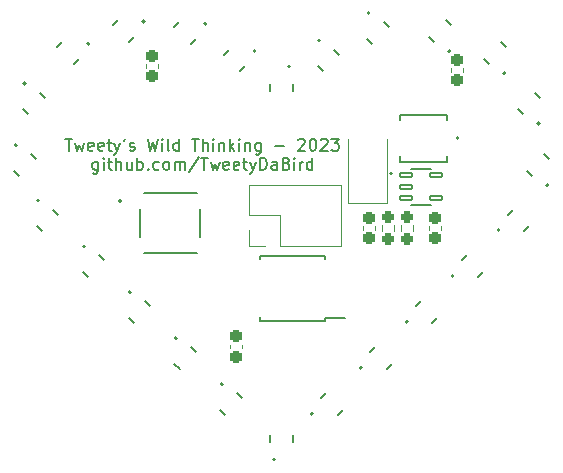
<source format=gto>
G04 #@! TF.GenerationSoftware,KiCad,Pcbnew,(6.0.7)*
G04 #@! TF.CreationDate,2023-02-05T15:19:58+01:00*
G04 #@! TF.ProjectId,heart,68656172-742e-46b6-9963-61645f706362,v1.0.0*
G04 #@! TF.SameCoordinates,Original*
G04 #@! TF.FileFunction,Legend,Top*
G04 #@! TF.FilePolarity,Positive*
%FSLAX46Y46*%
G04 Gerber Fmt 4.6, Leading zero omitted, Abs format (unit mm)*
G04 Created by KiCad (PCBNEW (6.0.7)) date 2023-02-05 15:19:58*
%MOMM*%
%LPD*%
G01*
G04 APERTURE LIST*
G04 Aperture macros list*
%AMRoundRect*
0 Rectangle with rounded corners*
0 $1 Rounding radius*
0 $2 $3 $4 $5 $6 $7 $8 $9 X,Y pos of 4 corners*
0 Add a 4 corners polygon primitive as box body*
4,1,4,$2,$3,$4,$5,$6,$7,$8,$9,$2,$3,0*
0 Add four circle primitives for the rounded corners*
1,1,$1+$1,$2,$3*
1,1,$1+$1,$4,$5*
1,1,$1+$1,$6,$7*
1,1,$1+$1,$8,$9*
0 Add four rect primitives between the rounded corners*
20,1,$1+$1,$2,$3,$4,$5,0*
20,1,$1+$1,$4,$5,$6,$7,0*
20,1,$1+$1,$6,$7,$8,$9,0*
20,1,$1+$1,$8,$9,$2,$3,0*%
%AMRotRect*
0 Rectangle, with rotation*
0 The origin of the aperture is its center*
0 $1 length*
0 $2 width*
0 $3 Rotation angle, in degrees counterclockwise*
0 Add horizontal line*
21,1,$1,$2,0,0,$3*%
G04 Aperture macros list end*
%ADD10C,0.150000*%
%ADD11C,0.200000*%
%ADD12C,0.127000*%
%ADD13C,0.120000*%
%ADD14RoundRect,0.076500X-0.508500X0.178500X-0.508500X-0.178500X0.508500X-0.178500X0.508500X0.178500X0*%
%ADD15R,1.000000X0.750000*%
%ADD16R,1.800000X2.500000*%
%ADD17RoundRect,0.237500X-0.237500X0.300000X-0.237500X-0.300000X0.237500X-0.300000X0.237500X0.300000X0*%
%ADD18R,1.400000X2.400000*%
%ADD19RotRect,0.700000X0.700000X315.000000*%
%ADD20RotRect,0.700000X0.700000X135.000000*%
%ADD21RotRect,0.700000X0.700000X45.000000*%
%ADD22RotRect,0.700000X0.700000X225.000000*%
%ADD23R,1.700000X0.650000*%
%ADD24C,3.200000*%
%ADD25R,0.700000X0.700000*%
%ADD26RoundRect,0.237500X-0.237500X0.250000X-0.237500X-0.250000X0.237500X-0.250000X0.237500X0.250000X0*%
%ADD27R,1.700000X1.700000*%
%ADD28O,1.700000X1.700000*%
%ADD29C,0.850000*%
G04 APERTURE END LIST*
D10*
X108200952Y-78547380D02*
X108772380Y-78547380D01*
X108486666Y-79547380D02*
X108486666Y-78547380D01*
X109010476Y-78880714D02*
X109200952Y-79547380D01*
X109391428Y-79071190D01*
X109581904Y-79547380D01*
X109772380Y-78880714D01*
X110534285Y-79499761D02*
X110439047Y-79547380D01*
X110248571Y-79547380D01*
X110153333Y-79499761D01*
X110105714Y-79404523D01*
X110105714Y-79023571D01*
X110153333Y-78928333D01*
X110248571Y-78880714D01*
X110439047Y-78880714D01*
X110534285Y-78928333D01*
X110581904Y-79023571D01*
X110581904Y-79118809D01*
X110105714Y-79214047D01*
X111391428Y-79499761D02*
X111296190Y-79547380D01*
X111105714Y-79547380D01*
X111010476Y-79499761D01*
X110962857Y-79404523D01*
X110962857Y-79023571D01*
X111010476Y-78928333D01*
X111105714Y-78880714D01*
X111296190Y-78880714D01*
X111391428Y-78928333D01*
X111439047Y-79023571D01*
X111439047Y-79118809D01*
X110962857Y-79214047D01*
X111724761Y-78880714D02*
X112105714Y-78880714D01*
X111867619Y-78547380D02*
X111867619Y-79404523D01*
X111915238Y-79499761D01*
X112010476Y-79547380D01*
X112105714Y-79547380D01*
X112343809Y-78880714D02*
X112581904Y-79547380D01*
X112820000Y-78880714D02*
X112581904Y-79547380D01*
X112486666Y-79785476D01*
X112439047Y-79833095D01*
X112343809Y-79880714D01*
X113248571Y-78547380D02*
X113153333Y-78737857D01*
X113629523Y-79499761D02*
X113724761Y-79547380D01*
X113915238Y-79547380D01*
X114010476Y-79499761D01*
X114058095Y-79404523D01*
X114058095Y-79356904D01*
X114010476Y-79261666D01*
X113915238Y-79214047D01*
X113772380Y-79214047D01*
X113677142Y-79166428D01*
X113629523Y-79071190D01*
X113629523Y-79023571D01*
X113677142Y-78928333D01*
X113772380Y-78880714D01*
X113915238Y-78880714D01*
X114010476Y-78928333D01*
X115153333Y-78547380D02*
X115391428Y-79547380D01*
X115581904Y-78833095D01*
X115772380Y-79547380D01*
X116010476Y-78547380D01*
X116391428Y-79547380D02*
X116391428Y-78880714D01*
X116391428Y-78547380D02*
X116343809Y-78595000D01*
X116391428Y-78642619D01*
X116439047Y-78595000D01*
X116391428Y-78547380D01*
X116391428Y-78642619D01*
X117010476Y-79547380D02*
X116915238Y-79499761D01*
X116867619Y-79404523D01*
X116867619Y-78547380D01*
X117820000Y-79547380D02*
X117820000Y-78547380D01*
X117820000Y-79499761D02*
X117724761Y-79547380D01*
X117534285Y-79547380D01*
X117439047Y-79499761D01*
X117391428Y-79452142D01*
X117343809Y-79356904D01*
X117343809Y-79071190D01*
X117391428Y-78975952D01*
X117439047Y-78928333D01*
X117534285Y-78880714D01*
X117724761Y-78880714D01*
X117820000Y-78928333D01*
X118915238Y-78547380D02*
X119486666Y-78547380D01*
X119200952Y-79547380D02*
X119200952Y-78547380D01*
X119820000Y-79547380D02*
X119820000Y-78547380D01*
X120248571Y-79547380D02*
X120248571Y-79023571D01*
X120200952Y-78928333D01*
X120105714Y-78880714D01*
X119962857Y-78880714D01*
X119867619Y-78928333D01*
X119820000Y-78975952D01*
X120724761Y-79547380D02*
X120724761Y-78880714D01*
X120724761Y-78547380D02*
X120677142Y-78595000D01*
X120724761Y-78642619D01*
X120772380Y-78595000D01*
X120724761Y-78547380D01*
X120724761Y-78642619D01*
X121200952Y-78880714D02*
X121200952Y-79547380D01*
X121200952Y-78975952D02*
X121248571Y-78928333D01*
X121343809Y-78880714D01*
X121486666Y-78880714D01*
X121581904Y-78928333D01*
X121629523Y-79023571D01*
X121629523Y-79547380D01*
X122105714Y-79547380D02*
X122105714Y-78547380D01*
X122200952Y-79166428D02*
X122486666Y-79547380D01*
X122486666Y-78880714D02*
X122105714Y-79261666D01*
X122915238Y-79547380D02*
X122915238Y-78880714D01*
X122915238Y-78547380D02*
X122867619Y-78595000D01*
X122915238Y-78642619D01*
X122962857Y-78595000D01*
X122915238Y-78547380D01*
X122915238Y-78642619D01*
X123391428Y-78880714D02*
X123391428Y-79547380D01*
X123391428Y-78975952D02*
X123439047Y-78928333D01*
X123534285Y-78880714D01*
X123677142Y-78880714D01*
X123772380Y-78928333D01*
X123820000Y-79023571D01*
X123820000Y-79547380D01*
X124724761Y-78880714D02*
X124724761Y-79690238D01*
X124677142Y-79785476D01*
X124629523Y-79833095D01*
X124534285Y-79880714D01*
X124391428Y-79880714D01*
X124296190Y-79833095D01*
X124724761Y-79499761D02*
X124629523Y-79547380D01*
X124439047Y-79547380D01*
X124343809Y-79499761D01*
X124296190Y-79452142D01*
X124248571Y-79356904D01*
X124248571Y-79071190D01*
X124296190Y-78975952D01*
X124343809Y-78928333D01*
X124439047Y-78880714D01*
X124629523Y-78880714D01*
X124724761Y-78928333D01*
X125962857Y-79166428D02*
X126724761Y-79166428D01*
X127915238Y-78642619D02*
X127962857Y-78595000D01*
X128058095Y-78547380D01*
X128296190Y-78547380D01*
X128391428Y-78595000D01*
X128439047Y-78642619D01*
X128486666Y-78737857D01*
X128486666Y-78833095D01*
X128439047Y-78975952D01*
X127867619Y-79547380D01*
X128486666Y-79547380D01*
X129105714Y-78547380D02*
X129200952Y-78547380D01*
X129296190Y-78595000D01*
X129343809Y-78642619D01*
X129391428Y-78737857D01*
X129439047Y-78928333D01*
X129439047Y-79166428D01*
X129391428Y-79356904D01*
X129343809Y-79452142D01*
X129296190Y-79499761D01*
X129200952Y-79547380D01*
X129105714Y-79547380D01*
X129010476Y-79499761D01*
X128962857Y-79452142D01*
X128915238Y-79356904D01*
X128867619Y-79166428D01*
X128867619Y-78928333D01*
X128915238Y-78737857D01*
X128962857Y-78642619D01*
X129010476Y-78595000D01*
X129105714Y-78547380D01*
X129820000Y-78642619D02*
X129867619Y-78595000D01*
X129962857Y-78547380D01*
X130200952Y-78547380D01*
X130296190Y-78595000D01*
X130343809Y-78642619D01*
X130391428Y-78737857D01*
X130391428Y-78833095D01*
X130343809Y-78975952D01*
X129772380Y-79547380D01*
X130391428Y-79547380D01*
X130724761Y-78547380D02*
X131343809Y-78547380D01*
X131010476Y-78928333D01*
X131153333Y-78928333D01*
X131248571Y-78975952D01*
X131296190Y-79023571D01*
X131343809Y-79118809D01*
X131343809Y-79356904D01*
X131296190Y-79452142D01*
X131248571Y-79499761D01*
X131153333Y-79547380D01*
X130867619Y-79547380D01*
X130772380Y-79499761D01*
X130724761Y-79452142D01*
X110962857Y-80490714D02*
X110962857Y-81300238D01*
X110915238Y-81395476D01*
X110867619Y-81443095D01*
X110772380Y-81490714D01*
X110629523Y-81490714D01*
X110534285Y-81443095D01*
X110962857Y-81109761D02*
X110867619Y-81157380D01*
X110677142Y-81157380D01*
X110581904Y-81109761D01*
X110534285Y-81062142D01*
X110486666Y-80966904D01*
X110486666Y-80681190D01*
X110534285Y-80585952D01*
X110581904Y-80538333D01*
X110677142Y-80490714D01*
X110867619Y-80490714D01*
X110962857Y-80538333D01*
X111439047Y-81157380D02*
X111439047Y-80490714D01*
X111439047Y-80157380D02*
X111391428Y-80205000D01*
X111439047Y-80252619D01*
X111486666Y-80205000D01*
X111439047Y-80157380D01*
X111439047Y-80252619D01*
X111772380Y-80490714D02*
X112153333Y-80490714D01*
X111915238Y-80157380D02*
X111915238Y-81014523D01*
X111962857Y-81109761D01*
X112058095Y-81157380D01*
X112153333Y-81157380D01*
X112486666Y-81157380D02*
X112486666Y-80157380D01*
X112915238Y-81157380D02*
X112915238Y-80633571D01*
X112867619Y-80538333D01*
X112772380Y-80490714D01*
X112629523Y-80490714D01*
X112534285Y-80538333D01*
X112486666Y-80585952D01*
X113820000Y-80490714D02*
X113820000Y-81157380D01*
X113391428Y-80490714D02*
X113391428Y-81014523D01*
X113439047Y-81109761D01*
X113534285Y-81157380D01*
X113677142Y-81157380D01*
X113772380Y-81109761D01*
X113820000Y-81062142D01*
X114296190Y-81157380D02*
X114296190Y-80157380D01*
X114296190Y-80538333D02*
X114391428Y-80490714D01*
X114581904Y-80490714D01*
X114677142Y-80538333D01*
X114724761Y-80585952D01*
X114772380Y-80681190D01*
X114772380Y-80966904D01*
X114724761Y-81062142D01*
X114677142Y-81109761D01*
X114581904Y-81157380D01*
X114391428Y-81157380D01*
X114296190Y-81109761D01*
X115200952Y-81062142D02*
X115248571Y-81109761D01*
X115200952Y-81157380D01*
X115153333Y-81109761D01*
X115200952Y-81062142D01*
X115200952Y-81157380D01*
X116105714Y-81109761D02*
X116010476Y-81157380D01*
X115820000Y-81157380D01*
X115724761Y-81109761D01*
X115677142Y-81062142D01*
X115629523Y-80966904D01*
X115629523Y-80681190D01*
X115677142Y-80585952D01*
X115724761Y-80538333D01*
X115820000Y-80490714D01*
X116010476Y-80490714D01*
X116105714Y-80538333D01*
X116677142Y-81157380D02*
X116581904Y-81109761D01*
X116534285Y-81062142D01*
X116486666Y-80966904D01*
X116486666Y-80681190D01*
X116534285Y-80585952D01*
X116581904Y-80538333D01*
X116677142Y-80490714D01*
X116820000Y-80490714D01*
X116915238Y-80538333D01*
X116962857Y-80585952D01*
X117010476Y-80681190D01*
X117010476Y-80966904D01*
X116962857Y-81062142D01*
X116915238Y-81109761D01*
X116820000Y-81157380D01*
X116677142Y-81157380D01*
X117439047Y-81157380D02*
X117439047Y-80490714D01*
X117439047Y-80585952D02*
X117486666Y-80538333D01*
X117581904Y-80490714D01*
X117724761Y-80490714D01*
X117820000Y-80538333D01*
X117867619Y-80633571D01*
X117867619Y-81157380D01*
X117867619Y-80633571D02*
X117915238Y-80538333D01*
X118010476Y-80490714D01*
X118153333Y-80490714D01*
X118248571Y-80538333D01*
X118296190Y-80633571D01*
X118296190Y-81157380D01*
X119486666Y-80109761D02*
X118629523Y-81395476D01*
X119677142Y-80157380D02*
X120248571Y-80157380D01*
X119962857Y-81157380D02*
X119962857Y-80157380D01*
X120486666Y-80490714D02*
X120677142Y-81157380D01*
X120867619Y-80681190D01*
X121058095Y-81157380D01*
X121248571Y-80490714D01*
X122010476Y-81109761D02*
X121915238Y-81157380D01*
X121724761Y-81157380D01*
X121629523Y-81109761D01*
X121581904Y-81014523D01*
X121581904Y-80633571D01*
X121629523Y-80538333D01*
X121724761Y-80490714D01*
X121915238Y-80490714D01*
X122010476Y-80538333D01*
X122058095Y-80633571D01*
X122058095Y-80728809D01*
X121581904Y-80824047D01*
X122867619Y-81109761D02*
X122772380Y-81157380D01*
X122581904Y-81157380D01*
X122486666Y-81109761D01*
X122439047Y-81014523D01*
X122439047Y-80633571D01*
X122486666Y-80538333D01*
X122581904Y-80490714D01*
X122772380Y-80490714D01*
X122867619Y-80538333D01*
X122915238Y-80633571D01*
X122915238Y-80728809D01*
X122439047Y-80824047D01*
X123200952Y-80490714D02*
X123581904Y-80490714D01*
X123343809Y-80157380D02*
X123343809Y-81014523D01*
X123391428Y-81109761D01*
X123486666Y-81157380D01*
X123581904Y-81157380D01*
X123820000Y-80490714D02*
X124058095Y-81157380D01*
X124296190Y-80490714D02*
X124058095Y-81157380D01*
X123962857Y-81395476D01*
X123915238Y-81443095D01*
X123820000Y-81490714D01*
X124677142Y-81157380D02*
X124677142Y-80157380D01*
X124915238Y-80157380D01*
X125058095Y-80205000D01*
X125153333Y-80300238D01*
X125200952Y-80395476D01*
X125248571Y-80585952D01*
X125248571Y-80728809D01*
X125200952Y-80919285D01*
X125153333Y-81014523D01*
X125058095Y-81109761D01*
X124915238Y-81157380D01*
X124677142Y-81157380D01*
X126105714Y-81157380D02*
X126105714Y-80633571D01*
X126058095Y-80538333D01*
X125962857Y-80490714D01*
X125772380Y-80490714D01*
X125677142Y-80538333D01*
X126105714Y-81109761D02*
X126010476Y-81157380D01*
X125772380Y-81157380D01*
X125677142Y-81109761D01*
X125629523Y-81014523D01*
X125629523Y-80919285D01*
X125677142Y-80824047D01*
X125772380Y-80776428D01*
X126010476Y-80776428D01*
X126105714Y-80728809D01*
X126915238Y-80633571D02*
X127058095Y-80681190D01*
X127105714Y-80728809D01*
X127153333Y-80824047D01*
X127153333Y-80966904D01*
X127105714Y-81062142D01*
X127058095Y-81109761D01*
X126962857Y-81157380D01*
X126581904Y-81157380D01*
X126581904Y-80157380D01*
X126915238Y-80157380D01*
X127010476Y-80205000D01*
X127058095Y-80252619D01*
X127105714Y-80347857D01*
X127105714Y-80443095D01*
X127058095Y-80538333D01*
X127010476Y-80585952D01*
X126915238Y-80633571D01*
X126581904Y-80633571D01*
X127581904Y-81157380D02*
X127581904Y-80490714D01*
X127581904Y-80157380D02*
X127534285Y-80205000D01*
X127581904Y-80252619D01*
X127629523Y-80205000D01*
X127581904Y-80157380D01*
X127581904Y-80252619D01*
X128058095Y-81157380D02*
X128058095Y-80490714D01*
X128058095Y-80681190D02*
X128105714Y-80585952D01*
X128153333Y-80538333D01*
X128248571Y-80490714D01*
X128343809Y-80490714D01*
X129105714Y-81157380D02*
X129105714Y-80157380D01*
X129105714Y-81109761D02*
X129010476Y-81157380D01*
X128820000Y-81157380D01*
X128724761Y-81109761D01*
X128677142Y-81062142D01*
X128629523Y-80966904D01*
X128629523Y-80681190D01*
X128677142Y-80585952D01*
X128724761Y-80538333D01*
X128820000Y-80490714D01*
X129010476Y-80490714D01*
X129105714Y-80538333D01*
D11*
X135865000Y-81508000D02*
G75*
G03*
X135865000Y-81508000I-100000J0D01*
G01*
D12*
X137450000Y-81080000D02*
X139150000Y-81080000D01*
X137450000Y-84120000D02*
X139150000Y-84120000D01*
X119320000Y-83130000D02*
X114820000Y-83130000D01*
X119620000Y-86860000D02*
X119620000Y-84500000D01*
X119320000Y-88230000D02*
X114820000Y-88230000D01*
X114520000Y-84500000D02*
X114520000Y-86860000D01*
D11*
X112920000Y-83805000D02*
G75*
G03*
X112920000Y-83805000I-100000J0D01*
G01*
D13*
X132150000Y-84000000D02*
X132150000Y-78600000D01*
X135450000Y-84000000D02*
X135450000Y-78600000D01*
X132150000Y-84000000D02*
X135450000Y-84000000D01*
X134410000Y-85953733D02*
X134410000Y-86246267D01*
X133390000Y-85953733D02*
X133390000Y-86246267D01*
D12*
X140500000Y-80500000D02*
X140500000Y-80020000D01*
X140500000Y-76500000D02*
X136500000Y-76500000D01*
X136500000Y-80500000D02*
X140500000Y-80500000D01*
X140500000Y-76980000D02*
X140500000Y-76500000D01*
X136500000Y-80020000D02*
X136500000Y-80500000D01*
X136500000Y-76500000D02*
X136500000Y-76980000D01*
D11*
X141500000Y-78500000D02*
G75*
G03*
X141500000Y-78500000I-100000J0D01*
G01*
D12*
X133740203Y-70099319D02*
X134164467Y-70523583D01*
X135154417Y-68685105D02*
X135578681Y-69109369D01*
D11*
X133956296Y-67907288D02*
G75*
G03*
X133956296Y-67907288I-102956J0D01*
G01*
D12*
X122739639Y-100089613D02*
X123163903Y-100513877D01*
X121325425Y-101503827D02*
X121749689Y-101928091D01*
D11*
X121541518Y-99311796D02*
G75*
G03*
X121541518Y-99311796I-102956J0D01*
G01*
D12*
X145479293Y-70803953D02*
X145055029Y-70379689D01*
X144065079Y-72218167D02*
X143640815Y-71793903D01*
D11*
X145469112Y-72995984D02*
G75*
G03*
X145469112Y-72995984I-102956J0D01*
G01*
D12*
X135389398Y-98039004D02*
X135813662Y-97614740D01*
X133975184Y-96624790D02*
X134399448Y-96200526D01*
D11*
X133300323Y-97925867D02*
G75*
G03*
X133300323Y-97925867I-102956J0D01*
G01*
D13*
X122130000Y-95973733D02*
X122130000Y-96266267D01*
X123150000Y-95973733D02*
X123150000Y-96266267D01*
D12*
X129835425Y-100513877D02*
X130259689Y-100089613D01*
X131249639Y-101928091D02*
X131673903Y-101503827D01*
D11*
X129160564Y-101814954D02*
G75*
G03*
X129160564Y-101814954I-102956J0D01*
G01*
D10*
X130150000Y-93955000D02*
X130150000Y-93750000D01*
X130150000Y-88445000D02*
X124650000Y-88445000D01*
X124650000Y-93955000D02*
X124650000Y-93655000D01*
X130150000Y-93750000D02*
X131900000Y-93750000D01*
X124650000Y-88445000D02*
X124650000Y-88745000D01*
X130150000Y-88445000D02*
X130150000Y-88745000D01*
X130150000Y-93955000D02*
X124650000Y-93955000D01*
D12*
X147694072Y-81704115D02*
X147269808Y-81279851D01*
X149108286Y-80289901D02*
X148684022Y-79865637D01*
D11*
X149098105Y-82481932D02*
G75*
G03*
X149098105Y-82481932I-102956J0D01*
G01*
D12*
X145642445Y-84957529D02*
X146066709Y-84533265D01*
X147056659Y-86371743D02*
X147480923Y-85947479D01*
D11*
X144967584Y-86258606D02*
G75*
G03*
X144967584Y-86258606I-102956J0D01*
G01*
D12*
X117436338Y-97614740D02*
X117860602Y-98039004D01*
X118850552Y-96200526D02*
X119274816Y-96624790D01*
D11*
X117652431Y-95422709D02*
G75*
G03*
X117652431Y-95422709I-102956J0D01*
G01*
D12*
X140809493Y-68926705D02*
X140385229Y-68502441D01*
X139395279Y-70340919D02*
X138971015Y-69916655D01*
D11*
X140799312Y-71118736D02*
G75*
G03*
X140799312Y-71118736I-102956J0D01*
G01*
D13*
X140870000Y-72593733D02*
X140870000Y-72886267D01*
X141890000Y-72593733D02*
X141890000Y-72886267D01*
D12*
X129555483Y-72409409D02*
X129979747Y-72833673D01*
X130969697Y-70995195D02*
X131393961Y-71419459D01*
D11*
X129771576Y-70217378D02*
G75*
G03*
X129771576Y-70217378I-102956J0D01*
G01*
D13*
X116080000Y-72243733D02*
X116080000Y-72536267D01*
X115060000Y-72243733D02*
X115060000Y-72536267D01*
D12*
X122030593Y-70993960D02*
X121606329Y-71418224D01*
X123444807Y-72408174D02*
X123020543Y-72832438D01*
D11*
X124325580Y-71107097D02*
G75*
G03*
X124325580Y-71107097I-102956J0D01*
G01*
D12*
X137864271Y-92735703D02*
X138288535Y-92311439D01*
X139278485Y-94149917D02*
X139702749Y-93725653D01*
D11*
X137189410Y-94036780D02*
G75*
G03*
X137189410Y-94036780I-102956J0D01*
G01*
D12*
X143167572Y-90260830D02*
X143591836Y-89836566D01*
X141753358Y-88846616D02*
X142177622Y-88422352D01*
D11*
X141078497Y-90147693D02*
G75*
G03*
X141078497Y-90147693I-102956J0D01*
G01*
D12*
X146968365Y-76474225D02*
X146544101Y-76049961D01*
X148382579Y-75060011D02*
X147958315Y-74635747D01*
D11*
X148372398Y-77252042D02*
G75*
G03*
X148372398Y-77252042I-102956J0D01*
G01*
D13*
X138990000Y-85953733D02*
X138990000Y-86246267D01*
X140010000Y-85953733D02*
X140010000Y-86246267D01*
D12*
X119259753Y-70099431D02*
X118835489Y-70523695D01*
X117845539Y-68685217D02*
X117421275Y-69109481D01*
D11*
X120140526Y-68798354D02*
G75*
G03*
X120140526Y-68798354I-102956J0D01*
G01*
D12*
X109658164Y-89836566D02*
X110082428Y-90260830D01*
X111072378Y-88422352D02*
X111496642Y-88846616D01*
D11*
X109874257Y-87644535D02*
G75*
G03*
X109874257Y-87644535I-102956J0D01*
G01*
D12*
X103887966Y-81279170D02*
X104312230Y-81703434D01*
X105302180Y-79864956D02*
X105726444Y-80289220D01*
D11*
X104104059Y-79087139D02*
G75*
G03*
X104104059Y-79087139I-102956J0D01*
G01*
D12*
X125500000Y-104213522D02*
X125500000Y-103613522D01*
X127500000Y-104213522D02*
X127500000Y-103613522D01*
D11*
X125972956Y-105683522D02*
G75*
G03*
X125972956Y-105683522I-102956J0D01*
G01*
D13*
X136577500Y-85845276D02*
X136577500Y-86354724D01*
X137622500Y-85845276D02*
X137622500Y-86354724D01*
X136022500Y-85845276D02*
X136022500Y-86354724D01*
X134977500Y-85845276D02*
X134977500Y-86354724D01*
X123770000Y-82430000D02*
X131510000Y-82430000D01*
X126370000Y-85030000D02*
X123770000Y-85030000D01*
X131510000Y-87630000D02*
X131510000Y-82430000D01*
X123770000Y-85030000D02*
X123770000Y-82430000D01*
X126370000Y-87630000D02*
X126370000Y-85030000D01*
X125100000Y-87630000D02*
X123770000Y-87630000D01*
X126370000Y-87630000D02*
X131510000Y-87630000D01*
X123770000Y-87630000D02*
X123770000Y-86300000D01*
D12*
X105769077Y-85947479D02*
X106193341Y-86371743D01*
X107183291Y-84533265D02*
X107607555Y-84957529D01*
D11*
X105985170Y-83755448D02*
G75*
G03*
X105985170Y-83755448I-102956J0D01*
G01*
D12*
X112614566Y-68499438D02*
X112190302Y-68923702D01*
X114028780Y-69913652D02*
X113604516Y-70337916D01*
D11*
X114909553Y-68612575D02*
G75*
G03*
X114909553Y-68612575I-102956J0D01*
G01*
D12*
X106031537Y-74635885D02*
X106455801Y-75060149D01*
X104617323Y-76050099D02*
X105041587Y-76474363D01*
D11*
X104833416Y-73858068D02*
G75*
G03*
X104833416Y-73858068I-102956J0D01*
G01*
D12*
X114961465Y-92311439D02*
X115385729Y-92735703D01*
X113547251Y-93725653D02*
X113971515Y-94149917D01*
D11*
X113763344Y-91533622D02*
G75*
G03*
X113763344Y-91533622I-102956J0D01*
G01*
D12*
X125500000Y-73900000D02*
X125500000Y-74500000D01*
X127500000Y-73900000D02*
X127500000Y-74500000D01*
D11*
X127232956Y-72430000D02*
G75*
G03*
X127232956Y-72430000I-102956J0D01*
G01*
D12*
X107946257Y-70380549D02*
X107521993Y-70804813D01*
X109360471Y-71794763D02*
X108936207Y-72219027D01*
D11*
X110241244Y-70493686D02*
G75*
G03*
X110241244Y-70493686I-102956J0D01*
G01*
%LPC*%
D14*
X137050000Y-81650000D03*
X139550000Y-83550000D03*
X137050000Y-82600000D03*
X137050000Y-83550000D03*
X139550000Y-81650000D03*
D15*
X114070000Y-83805000D03*
X120070000Y-83805000D03*
X114070000Y-87555000D03*
X120070000Y-87555000D03*
D16*
X133800000Y-82600000D03*
X133800000Y-78600000D03*
D17*
X133900000Y-85237500D03*
X133900000Y-86962500D03*
D18*
X140100000Y-78500000D03*
X136900000Y-78500000D03*
D19*
X134401348Y-68568433D03*
X133623531Y-69346250D03*
D20*
X134917536Y-70640255D03*
X135695353Y-69862438D03*
D19*
X121986570Y-99972941D03*
X121208753Y-100750758D03*
D20*
X122502758Y-102044763D03*
X123280575Y-101266946D03*
X144818148Y-72334839D03*
X145595965Y-71557022D03*
D19*
X144301960Y-70263017D03*
X143524143Y-71040834D03*
D21*
X133858512Y-97377859D03*
X134636329Y-98155676D03*
D22*
X135930334Y-96861671D03*
X135152517Y-96083854D03*
D17*
X122640000Y-95257500D03*
X122640000Y-96982500D03*
D21*
X129718753Y-101266946D03*
X130496570Y-102044763D03*
D22*
X131790575Y-100750758D03*
X131012758Y-99972941D03*
D23*
X131050000Y-93105000D03*
X131050000Y-91835000D03*
X131050000Y-90565000D03*
X131050000Y-89295000D03*
X123750000Y-89295000D03*
X123750000Y-90565000D03*
X123750000Y-91835000D03*
X123750000Y-93105000D03*
D20*
X148447141Y-81820787D03*
X149224958Y-81042970D03*
D19*
X147930953Y-79748965D03*
X147153136Y-80526782D03*
D24*
X111100000Y-75600000D03*
D21*
X145525773Y-85710598D03*
X146303590Y-86488415D03*
D22*
X147597595Y-85194410D03*
X146819778Y-84416593D03*
D19*
X118097483Y-96083854D03*
X117319666Y-96861671D03*
D20*
X118613671Y-98155676D03*
X119391488Y-97377859D03*
X140148348Y-70457591D03*
X140926165Y-69679774D03*
D19*
X139632160Y-68385769D03*
X138854343Y-69163586D03*
D17*
X141380000Y-71877500D03*
X141380000Y-73602500D03*
D19*
X130216628Y-70878523D03*
X129438811Y-71656340D03*
D20*
X130732816Y-72950345D03*
X131510633Y-72172528D03*
D17*
X115570000Y-71527500D03*
X115570000Y-73252500D03*
D22*
X123561479Y-71655105D03*
X122783662Y-70877288D03*
D21*
X121489657Y-72171293D03*
X122267474Y-72949110D03*
X137747599Y-93488772D03*
X138525416Y-94266589D03*
D22*
X139819421Y-92972584D03*
X139041604Y-92194767D03*
D21*
X141636686Y-89599685D03*
X142414503Y-90377502D03*
D22*
X143708508Y-89083497D03*
X142930691Y-88305680D03*
D20*
X147721434Y-76590897D03*
X148499251Y-75813080D03*
D19*
X147205246Y-74519075D03*
X146427429Y-75296892D03*
D17*
X139500000Y-85237500D03*
X139500000Y-86962500D03*
D22*
X119376425Y-69346362D03*
X118598608Y-68568545D03*
D21*
X117304603Y-69862550D03*
X118082420Y-70640367D03*
D19*
X110319309Y-88305680D03*
X109541492Y-89083497D03*
D20*
X110835497Y-90377502D03*
X111613314Y-89599685D03*
D19*
X104549111Y-79748284D03*
X103771294Y-80526101D03*
D20*
X105065299Y-81820106D03*
X105843116Y-81042289D03*
D25*
X125950000Y-104828522D03*
X127050000Y-104828522D03*
X127050000Y-102998522D03*
X125950000Y-102998522D03*
D26*
X137100000Y-85187500D03*
X137100000Y-87012500D03*
X135500000Y-85187500D03*
X135500000Y-87012500D03*
D27*
X125100000Y-86300000D03*
D28*
X125100000Y-83760000D03*
X127640000Y-86300000D03*
X127640000Y-83760000D03*
X130180000Y-86300000D03*
X130180000Y-83760000D03*
D19*
X106430222Y-84416593D03*
X105652405Y-85194410D03*
D20*
X106946410Y-86488415D03*
X107724227Y-85710598D03*
D22*
X114145452Y-69160583D03*
X113367635Y-68382766D03*
D21*
X112073630Y-69676771D03*
X112851447Y-70454588D03*
D19*
X105278468Y-74519213D03*
X104500651Y-75297030D03*
D20*
X105794656Y-76591035D03*
X106572473Y-75813218D03*
D19*
X114208396Y-92194767D03*
X113430579Y-92972584D03*
D20*
X114724584Y-94266589D03*
X115502401Y-93488772D03*
D25*
X127050000Y-73285000D03*
X125950000Y-73285000D03*
X125950000Y-75115000D03*
X127050000Y-75115000D03*
D22*
X109477143Y-71041694D03*
X108699326Y-70263877D03*
D21*
X107405321Y-71557882D03*
X108183138Y-72335699D03*
D29*
X125430000Y-96100000D03*
X128430000Y-96100000D03*
M02*

</source>
